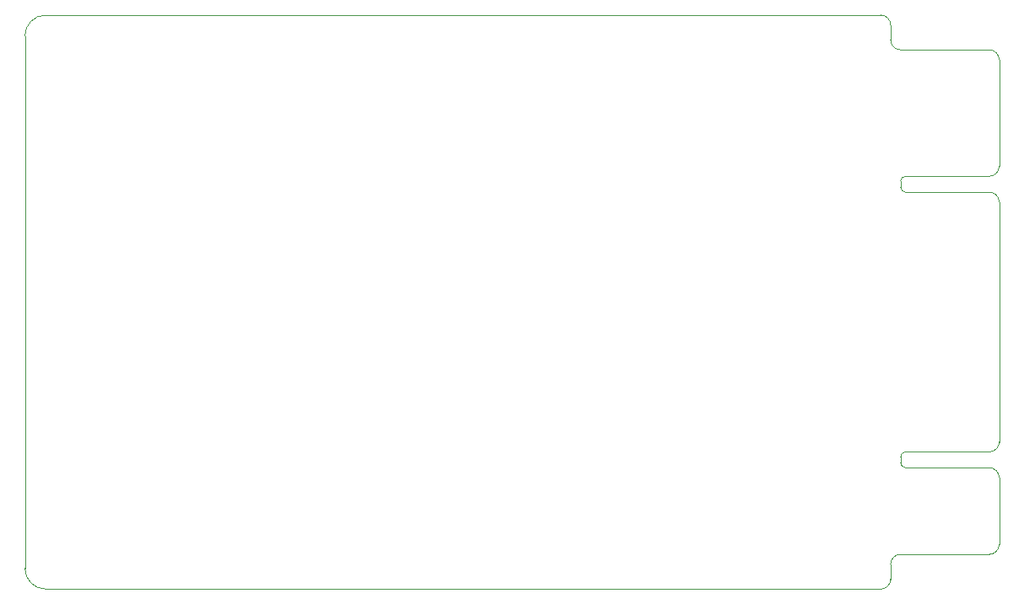
<source format=gm1>
G04 #@! TF.GenerationSoftware,KiCad,Pcbnew,(5.1.2-1)-1*
G04 #@! TF.CreationDate,2019-05-25T08:59:50+02:00*
G04 #@! TF.ProjectId,IEC64,49454336-342e-46b6-9963-61645f706362,1.2*
G04 #@! TF.SameCoordinates,Original*
G04 #@! TF.FileFunction,Profile,NP*
%FSLAX46Y46*%
G04 Gerber Fmt 4.6, Leading zero omitted, Abs format (unit mm)*
G04 Created by KiCad (PCBNEW (5.1.2-1)-1) date 2019-05-25 08:59:50*
%MOMM*%
%LPD*%
G04 APERTURE LIST*
%ADD10C,0.100000*%
G04 APERTURE END LIST*
D10*
X182800000Y-65500000D02*
G75*
G02X183800000Y-66500000I0J-1000000D01*
G01*
X184800000Y-69000000D02*
G75*
G02X183800000Y-68000000I0J1000000D01*
G01*
X193700000Y-69000000D02*
G75*
G02X194700000Y-70000000I0J-1000000D01*
G01*
X194700000Y-80700000D02*
G75*
G02X193700000Y-81700000I-1000000J0D01*
G01*
X184800000Y-82800000D02*
X184800000Y-82200000D01*
X185300000Y-83300000D02*
G75*
G02X184800000Y-82800000I0J500000D01*
G01*
X184800000Y-82200000D02*
G75*
G02X185300000Y-81700000I500000J0D01*
G01*
X193700000Y-83300000D02*
G75*
G02X194700000Y-84300000I0J-1000000D01*
G01*
X194700000Y-108400000D02*
G75*
G02X193700000Y-109400000I-1000000J0D01*
G01*
X184800000Y-109900000D02*
X184800000Y-110500000D01*
X184800000Y-109900000D02*
G75*
G02X185300000Y-109400000I500000J0D01*
G01*
X185300000Y-111000000D02*
G75*
G02X184800000Y-110500000I0J500000D01*
G01*
X193700000Y-111000000D02*
G75*
G02X194700000Y-112000000I0J-1000000D01*
G01*
X194700000Y-118700000D02*
G75*
G02X193700000Y-119700000I-1000000J0D01*
G01*
X183800000Y-120700000D02*
G75*
G02X184800000Y-119700000I1000000J0D01*
G01*
X183800000Y-122200000D02*
G75*
G02X182800000Y-123200000I-1000000J0D01*
G01*
X99000000Y-123200000D02*
G75*
G02X96900000Y-121100000I0J2100000D01*
G01*
X96900000Y-67600000D02*
G75*
G02X99000000Y-65500000I2100000J0D01*
G01*
X99000000Y-65500000D02*
X182800000Y-65500000D01*
X183800000Y-120700000D02*
X183800000Y-122200000D01*
X183800000Y-66500000D02*
X183800000Y-68000000D01*
X193700000Y-119700000D02*
X184800000Y-119700000D01*
X194700000Y-112000000D02*
X194700000Y-118700000D01*
X185300000Y-111000000D02*
X193700000Y-111000000D01*
X193700000Y-109400000D02*
X185300000Y-109400000D01*
X194700000Y-84300000D02*
X194700000Y-108400000D01*
X185300000Y-83300000D02*
X193700000Y-83300000D01*
X193700000Y-81700000D02*
X185300000Y-81700000D01*
X194700000Y-70000000D02*
X194700000Y-80700000D01*
X184800000Y-69000000D02*
X193700000Y-69000000D01*
X99000000Y-123200000D02*
X182800000Y-123200000D01*
X96900000Y-67600000D02*
X96900000Y-121100000D01*
M02*

</source>
